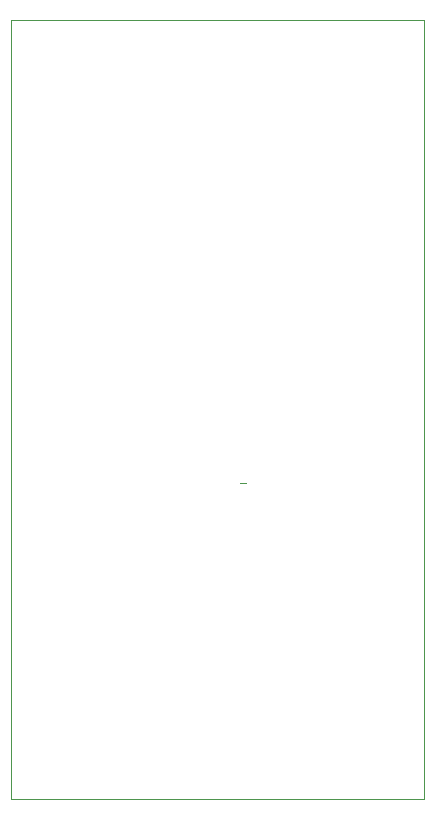
<source format=gm1>
G04 #@! TF.GenerationSoftware,KiCad,Pcbnew,8.0.4*
G04 #@! TF.CreationDate,2024-08-02T16:29:59-04:00*
G04 #@! TF.ProjectId,adcesp32,61646365-7370-4333-922e-6b696361645f,rev?*
G04 #@! TF.SameCoordinates,Original*
G04 #@! TF.FileFunction,Profile,NP*
%FSLAX46Y46*%
G04 Gerber Fmt 4.6, Leading zero omitted, Abs format (unit mm)*
G04 Created by KiCad (PCBNEW 8.0.4) date 2024-08-02 16:29:59*
%MOMM*%
%LPD*%
G01*
G04 APERTURE LIST*
G04 #@! TA.AperFunction,Profile*
%ADD10C,0.050000*%
G04 #@! TD*
G04 APERTURE END LIST*
D10*
X219250000Y-94250000D02*
X219750000Y-94250000D01*
X219250000Y-94250000D01*
X199850000Y-55000000D02*
X234850000Y-55000000D01*
X234850000Y-121000000D01*
X199850000Y-121000000D01*
X199850000Y-55000000D01*
M02*

</source>
